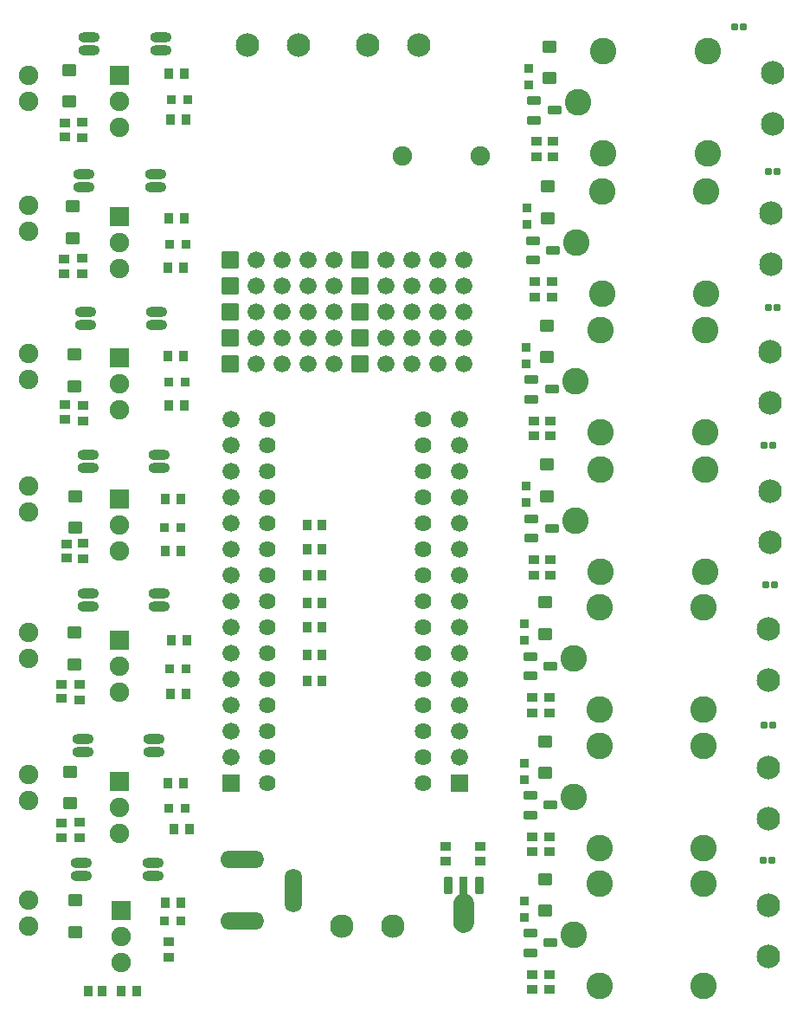
<source format=gts>
G04 Layer: TopSolderMaskLayer*
G04 EasyEDA v6.5.20, 2025-08-31 18:04:55*
G04 4654ec591aaf40839b9ddd4dd84afded,10*
G04 Gerber Generator version 0.2*
G04 Scale: 100 percent, Rotated: No, Reflected: No *
G04 Dimensions in millimeters *
G04 leading zeros omitted , absolute positions ,4 integer and 5 decimal *
%FSLAX45Y45*%
%MOMM*%

%AMMACRO1*1,1,$1,$2,$3*1,1,$1,$4,$5*1,1,$1,0-$2,0-$3*1,1,$1,0-$4,0-$5*20,1,$1,$2,$3,$4,$5,0*20,1,$1,$4,$5,0-$2,0-$3,0*20,1,$1,0-$2,0-$3,0-$4,0-$5,0*20,1,$1,0-$4,0-$5,$2,$3,0*4,1,4,$2,$3,$4,$5,0-$2,0-$3,0-$4,0-$5,$2,$3,0*%
%ADD10MACRO1,0.1016X0.4X-0.45X-0.4X-0.45*%
%ADD11MACRO1,0.1016X0.4032X0.432X0.4032X-0.432*%
%ADD12MACRO1,0.1016X-0.4032X0.432X-0.4032X-0.432*%
%ADD13MACRO1,0.1016X0.432X-0.4032X-0.432X-0.4032*%
%ADD14MACRO1,0.1016X0.432X0.4032X-0.432X0.4032*%
%ADD15C,1.9016*%
%ADD16C,2.3016*%
%ADD17MACRO1,0.1016X-0.9X-0.9X-0.9X0.9*%
%ADD18MACRO1,0.1016X-0.45X-0.4X-0.45X0.4*%
%ADD19MACRO1,0.1016X-0.4X0.45X0.4X0.45*%
%ADD20MACRO1,0.1016X-0.6X-0.5X-0.6X0.5*%
%ADD21MACRO1,0.1016X-0.432X0.4032X0.432X0.4032*%
%ADD22MACRO1,0.1016X-0.432X-0.4032X0.432X-0.4032*%
%ADD23MACRO1,0.1016X-0.4032X-0.432X-0.4032X0.432*%
%ADD24MACRO1,0.1016X0.4032X-0.432X0.4032X0.432*%
%ADD25O,2.101596X1.0015981999999999*%
%ADD26MACRO1,0.1016X-0.2828X-0.27X-0.2828X0.27*%
%ADD27MACRO1,0.1016X0.2828X-0.27X0.2828X0.27*%
%ADD28MACRO1,0.1016X0.625X-0.35X-0.625X-0.35*%
%ADD29MACRO1,0.1016X0.4X-0.4X-0.4X-0.4*%
%ADD30C,2.6016*%
%ADD31MACRO1,0.1016X0.6X0.5X0.6X-0.5*%
%ADD32MACRO1,0.1016X-0.4X-0.4X-0.4X0.4*%
%ADD33C,2.3000*%
%ADD34C,1.6764*%
%ADD35MACRO1,0.1016X-0.7874X0.7874X0.7874X0.7874*%
%ADD36MACRO1,0.1016X0.336X0.7875X-0.336X0.7875*%
%ADD37MACRO1,0.1016X0.45X0.4X0.45X-0.4*%
%ADD38O,4.3015916X1.7015968000000001*%
%ADD39O,1.7015968000000001X4.3015916*%
%ADD40R,1.6764X1.6764*%
%ADD41C,1.6256*%
%ADD42C,0.0114*%

%LPD*%
D10*
G01*
X2851000Y4648200D03*
G01*
X2990999Y4648200D03*
D11*
G01*
X1512175Y8610600D03*
D12*
G01*
X1662824Y8610600D03*
D10*
G01*
X2851000Y4406900D03*
G01*
X2990999Y4406900D03*
G01*
X2851000Y4152900D03*
G01*
X2990999Y4152900D03*
G01*
X2851000Y3886200D03*
G01*
X2990999Y3886200D03*
G01*
X2851000Y3644900D03*
G01*
X2990999Y3644900D03*
G01*
X2851000Y3378200D03*
G01*
X2990999Y3378200D03*
G01*
X2851000Y3124200D03*
G01*
X2990999Y3124200D03*
D11*
G01*
X1486775Y7162800D03*
D12*
G01*
X1637424Y7162800D03*
D11*
G01*
X1499475Y5816600D03*
D12*
G01*
X1650124Y5816600D03*
D11*
G01*
X1461375Y4394200D03*
D12*
G01*
X1612024Y4394200D03*
D11*
G01*
X1512175Y2997200D03*
D12*
G01*
X1662824Y2997200D03*
D11*
G01*
X1550275Y1676400D03*
D12*
G01*
X1700924Y1676400D03*
D13*
G01*
X1498600Y570624D03*
D14*
G01*
X1498600Y419975D03*
D15*
G01*
X3785615Y8255000D03*
G01*
X4545609Y8255000D03*
D16*
G01*
X2764586Y9334500D03*
G01*
X2264613Y9334500D03*
G01*
X3945686Y9334500D03*
G01*
X3445713Y9334500D03*
D15*
G01*
X127000Y7518400D03*
G01*
X127000Y7772400D03*
G01*
X127000Y6070600D03*
G01*
X127000Y6324600D03*
G01*
X127000Y4775200D03*
G01*
X127000Y5029200D03*
G01*
X127000Y3340100D03*
G01*
X127000Y3594100D03*
G01*
X127000Y1955800D03*
G01*
X127000Y2209800D03*
G01*
X127000Y723900D03*
G01*
X127000Y977900D03*
G01*
X127000Y8788400D03*
G01*
X127000Y9042400D03*
D17*
G01*
X1016002Y7662329D03*
D15*
G01*
X1016000Y7408316D03*
G01*
X1016000Y7154316D03*
D17*
G01*
X1016002Y6282265D03*
D15*
G01*
X1016000Y6028258D03*
G01*
X1016000Y5774258D03*
D17*
G01*
X1016002Y4902200D03*
D15*
G01*
X1016000Y4648200D03*
G01*
X1016000Y4394200D03*
D18*
G01*
X469900Y7245499D03*
G01*
X469900Y7105500D03*
G01*
X482600Y5823099D03*
G01*
X482600Y5683100D03*
G01*
X495300Y4464199D03*
G01*
X495300Y4324200D03*
G01*
X444500Y3092599D03*
G01*
X444500Y2952600D03*
G01*
X444500Y1733699D03*
G01*
X444500Y1593700D03*
D19*
G01*
X844699Y88900D03*
G01*
X704700Y88900D03*
D17*
G01*
X1016002Y3522134D03*
D15*
G01*
X1016000Y3268141D03*
G01*
X1016000Y3014141D03*
D20*
G01*
X558800Y7762290D03*
G01*
X558800Y7452309D03*
G01*
X571500Y6314490D03*
G01*
X571500Y6004509D03*
G01*
X584200Y4930190D03*
G01*
X584200Y4620209D03*
G01*
X571500Y3596690D03*
G01*
X571500Y3286709D03*
G01*
X533400Y2237790D03*
G01*
X533400Y1927809D03*
G01*
X584200Y980490D03*
G01*
X584200Y670509D03*
D17*
G01*
X1016002Y2142065D03*
D15*
G01*
X1016000Y1888058D03*
G01*
X1016000Y1634058D03*
D17*
G01*
X1028700Y876300D03*
D15*
G01*
X1028700Y622300D03*
G01*
X1028700Y368300D03*
D21*
G01*
X647700Y7100175D03*
D22*
G01*
X647700Y7250824D03*
D21*
G01*
X660400Y5665075D03*
D22*
G01*
X660400Y5815724D03*
D21*
G01*
X660400Y4318875D03*
D22*
G01*
X660400Y4469524D03*
D21*
G01*
X622300Y2934575D03*
D22*
G01*
X622300Y3085224D03*
D21*
G01*
X622300Y1588375D03*
D22*
G01*
X622300Y1739024D03*
D23*
G01*
X1180224Y88900D03*
D24*
G01*
X1029575Y88900D03*
D25*
G01*
X666013Y8077200D03*
G01*
X666013Y7950200D03*
G01*
X1366012Y7950200D03*
G01*
X1366012Y8077200D03*
G01*
X678713Y6731000D03*
G01*
X678713Y6604000D03*
G01*
X1378712Y6604000D03*
G01*
X1378712Y6731000D03*
G01*
X704113Y5334000D03*
G01*
X704113Y5207000D03*
G01*
X1404112Y5207000D03*
G01*
X1404112Y5334000D03*
G01*
X704113Y3975100D03*
G01*
X704113Y3848100D03*
G01*
X1404112Y3848100D03*
G01*
X1404112Y3975100D03*
G01*
X653313Y2552700D03*
G01*
X653313Y2425700D03*
G01*
X1353312Y2425700D03*
G01*
X1353312Y2552700D03*
G01*
X640613Y1346200D03*
G01*
X640613Y1219200D03*
G01*
X1340612Y1219200D03*
G01*
X1340612Y1346200D03*
D18*
G01*
X482600Y8578999D03*
G01*
X482600Y8439000D03*
D20*
G01*
X520700Y9095790D03*
G01*
X520700Y8785809D03*
D21*
G01*
X647700Y8433675D03*
D22*
G01*
X647700Y8584324D03*
D25*
G01*
X716813Y9410700D03*
G01*
X716813Y9283700D03*
G01*
X1416812Y9283700D03*
G01*
X1416812Y9410700D03*
D17*
G01*
X1016000Y9042400D03*
D15*
G01*
X1016000Y8788400D03*
G01*
X1016000Y8534400D03*
D26*
G01*
X7117182Y9512300D03*
D27*
G01*
X7030617Y9512300D03*
D13*
G01*
X5257800Y8393824D03*
D14*
G01*
X5257800Y8243175D03*
D28*
G01*
X5068900Y8794496D03*
G01*
X5068900Y8604505D03*
G01*
X5268899Y8699501D03*
D29*
G01*
X5016500Y8949700D03*
G01*
X5016500Y9109699D03*
D30*
G01*
X6769100Y8275701D03*
G01*
X6769100Y9275699D03*
G01*
X5749036Y9275699D03*
G01*
X5749036Y8275701D03*
G01*
X5499100Y8775572D03*
D31*
G01*
X5219700Y9014409D03*
G01*
X5219700Y9324390D03*
D16*
G01*
X7404100Y8563787D03*
G01*
X7404100Y9063786D03*
D21*
G01*
X5092700Y8243175D03*
D22*
G01*
X5092700Y8393824D03*
D23*
G01*
X1650124Y9055100D03*
D24*
G01*
X1499475Y9055100D03*
D32*
G01*
X1680143Y8801110D03*
G01*
X1520243Y8801094D03*
D33*
G01*
X3691686Y723900D03*
G01*
X3191713Y723900D03*
D34*
G01*
X4381500Y6985000D03*
G01*
X4127500Y6985000D03*
G01*
X3873500Y6985000D03*
G01*
X3619500Y6985000D03*
D35*
G01*
X3365500Y6985000D03*
D34*
G01*
X4381500Y6477000D03*
G01*
X4127500Y6477000D03*
G01*
X3873500Y6477000D03*
G01*
X3619500Y6477000D03*
D35*
G01*
X3365500Y6477000D03*
D34*
G01*
X4381500Y7239000D03*
G01*
X4127500Y7239000D03*
G01*
X3873500Y7239000D03*
G01*
X3619500Y7239000D03*
D35*
G01*
X3365500Y7239000D03*
D34*
G01*
X4381500Y6731000D03*
G01*
X4127500Y6731000D03*
G01*
X3873500Y6731000D03*
G01*
X3619500Y6731000D03*
D35*
G01*
X3365500Y6731000D03*
D34*
G01*
X4381500Y6223000D03*
G01*
X4127500Y6223000D03*
G01*
X3873500Y6223000D03*
G01*
X3619500Y6223000D03*
D35*
G01*
X3365500Y6223000D03*
D34*
G01*
X3111500Y6985000D03*
G01*
X2857500Y6985000D03*
G01*
X2603500Y6985000D03*
G01*
X2349500Y6985000D03*
D35*
G01*
X2095500Y6985000D03*
D34*
G01*
X3111500Y7239000D03*
G01*
X2857500Y7239000D03*
G01*
X2603500Y7239000D03*
G01*
X2349500Y7239000D03*
D35*
G01*
X2095500Y7239000D03*
D34*
G01*
X3111500Y6731000D03*
G01*
X2857500Y6731000D03*
G01*
X2603500Y6731000D03*
G01*
X2349500Y6731000D03*
D35*
G01*
X2095500Y6731000D03*
D34*
G01*
X3111500Y6223000D03*
G01*
X2857500Y6223000D03*
G01*
X2603500Y6223000D03*
G01*
X2349500Y6223000D03*
D35*
G01*
X2095500Y6223000D03*
D34*
G01*
X3111500Y6477000D03*
G01*
X2857500Y6477000D03*
G01*
X2603500Y6477000D03*
G01*
X2349500Y6477000D03*
D35*
G01*
X2095500Y6477000D03*
D23*
G01*
X1650124Y7645400D03*
D24*
G01*
X1499475Y7645400D03*
D32*
G01*
X1667443Y7391410D03*
G01*
X1507543Y7391394D03*
D23*
G01*
X1637424Y6299200D03*
D24*
G01*
X1486775Y6299200D03*
D32*
G01*
X1654743Y6045210D03*
G01*
X1494843Y6045194D03*
D23*
G01*
X1612024Y4902200D03*
D24*
G01*
X1461375Y4902200D03*
D32*
G01*
X1616643Y4622810D03*
G01*
X1456743Y4622794D03*
D23*
G01*
X1675524Y3517900D03*
D24*
G01*
X1524875Y3517900D03*
D32*
G01*
X1667443Y3238510D03*
G01*
X1507543Y3238494D03*
D23*
G01*
X1637424Y2120900D03*
D24*
G01*
X1486775Y2120900D03*
D32*
G01*
X1654743Y1879610D03*
G01*
X1494843Y1879594D03*
D23*
G01*
X1612024Y952500D03*
D24*
G01*
X1461375Y952500D03*
D32*
G01*
X1616643Y774710D03*
G01*
X1456743Y774694D03*
D36*
G01*
X4531486Y1126230D03*
G01*
X4231487Y1126230D03*
G36*
X4379213Y662178D02*
G01*
X4374388Y662431D01*
X4369815Y662939D01*
X4360672Y664463D01*
X4356100Y665479D01*
X4351527Y667004D01*
X4346956Y668273D01*
X4342638Y670052D01*
X4338320Y672084D01*
X4334256Y674115D01*
X4330191Y676402D01*
X4326127Y678942D01*
X4322318Y681736D01*
X4318761Y684529D01*
X4314952Y687578D01*
X4311650Y690626D01*
X4308347Y694181D01*
X4305300Y697484D01*
X4302252Y701294D01*
X4299458Y705104D01*
X4296918Y708913D01*
X4292345Y717042D01*
X4290313Y721360D01*
X4286758Y729995D01*
X4284218Y739139D01*
X4283202Y743712D01*
X4282440Y748284D01*
X4281931Y752855D01*
X4281677Y757681D01*
X4281424Y762254D01*
X4281424Y947673D01*
X4281677Y952500D01*
X4281931Y957071D01*
X4282440Y961644D01*
X4283202Y966470D01*
X4284218Y971042D01*
X4285488Y975360D01*
X4286758Y979931D01*
X4290313Y988568D01*
X4292345Y992886D01*
X4296918Y1001013D01*
X4299458Y1005078D01*
X4302252Y1008634D01*
X4305300Y1012444D01*
X4308347Y1016000D01*
X4311650Y1019302D01*
X4314952Y1022350D01*
X4318761Y1025397D01*
X4322318Y1028445D01*
X4326127Y1030986D01*
X4330191Y1033526D01*
X4334256Y1035812D01*
X4338827Y1038097D01*
X4343400Y1039113D01*
X4343400Y1210055D01*
X4419600Y1210055D01*
X4419600Y1039113D01*
X4424172Y1038097D01*
X4428743Y1035812D01*
X4432808Y1033526D01*
X4436872Y1030986D01*
X4440681Y1028445D01*
X4444491Y1025397D01*
X4448047Y1022350D01*
X4451350Y1019302D01*
X4454652Y1016000D01*
X4457700Y1012444D01*
X4460747Y1008634D01*
X4463541Y1005078D01*
X4468622Y996950D01*
X4470654Y992886D01*
X4472686Y988568D01*
X4476241Y979931D01*
X4477511Y975360D01*
X4478781Y971042D01*
X4479797Y966470D01*
X4480559Y961644D01*
X4481068Y957071D01*
X4481322Y952500D01*
X4481575Y947673D01*
X4481575Y762254D01*
X4481322Y757681D01*
X4481068Y752855D01*
X4480559Y748284D01*
X4479797Y743712D01*
X4478781Y739139D01*
X4476241Y729995D01*
X4472686Y721360D01*
X4470654Y717042D01*
X4468622Y712978D01*
X4466081Y708913D01*
X4463541Y705104D01*
X4460747Y701294D01*
X4457700Y697484D01*
X4454652Y694181D01*
X4451350Y690626D01*
X4448047Y687578D01*
X4444491Y684529D01*
X4436872Y678942D01*
X4432808Y676402D01*
X4428743Y674115D01*
X4424679Y672084D01*
X4420361Y670052D01*
X4416043Y668273D01*
X4411472Y667004D01*
X4406900Y665479D01*
X4402581Y664463D01*
X4397756Y663702D01*
X4393184Y662939D01*
X4388611Y662431D01*
X4383786Y662178D01*
G37*
D37*
G01*
X4546600Y1365100D03*
G01*
X4546600Y1505099D03*
G01*
X4203700Y1365100D03*
G01*
X4203700Y1505099D03*
D26*
G01*
X7447382Y8102600D03*
D27*
G01*
X7360817Y8102600D03*
D13*
G01*
X5245100Y7026034D03*
D14*
G01*
X5245100Y6875385D03*
D28*
G01*
X5056200Y7426706D03*
G01*
X5056200Y7236715D03*
G01*
X5256199Y7331711D03*
D29*
G01*
X5003800Y7581910D03*
G01*
X5003800Y7741909D03*
D30*
G01*
X6756400Y6907911D03*
G01*
X6756400Y7907909D03*
G01*
X5736336Y7907909D03*
G01*
X5736336Y6907911D03*
G01*
X5486400Y7407783D03*
D31*
G01*
X5207000Y7646619D03*
G01*
X5207000Y7956600D03*
D16*
G01*
X7391400Y7195997D03*
G01*
X7391400Y7695996D03*
D21*
G01*
X5080000Y6875385D03*
D22*
G01*
X5080000Y7026034D03*
D26*
G01*
X7447382Y6769100D03*
D27*
G01*
X7360817Y6769100D03*
D13*
G01*
X5232400Y5667134D03*
D14*
G01*
X5232400Y5516485D03*
D28*
G01*
X5043500Y6067806D03*
G01*
X5043500Y5877815D03*
G01*
X5243499Y5972811D03*
D29*
G01*
X4991100Y6223010D03*
G01*
X4991100Y6383009D03*
D30*
G01*
X6743700Y5549011D03*
G01*
X6743700Y6549009D03*
G01*
X5723636Y6549009D03*
G01*
X5723636Y5549011D03*
G01*
X5473700Y6048882D03*
D31*
G01*
X5194300Y6287719D03*
G01*
X5194300Y6597700D03*
D16*
G01*
X7378700Y5837097D03*
G01*
X7378700Y6337096D03*
D21*
G01*
X5067300Y5516485D03*
D22*
G01*
X5067300Y5667134D03*
D26*
G01*
X7409282Y5422900D03*
D27*
G01*
X7322717Y5422900D03*
D13*
G01*
X5232400Y4308234D03*
D14*
G01*
X5232400Y4157585D03*
D28*
G01*
X5043500Y4708906D03*
G01*
X5043500Y4518915D03*
G01*
X5243499Y4613911D03*
D29*
G01*
X4991100Y4864110D03*
G01*
X4991100Y5024109D03*
D30*
G01*
X6743700Y4190111D03*
G01*
X6743700Y5190109D03*
G01*
X5723636Y5190109D03*
G01*
X5723636Y4190111D03*
G01*
X5473700Y4689982D03*
D31*
G01*
X5194300Y4928819D03*
G01*
X5194300Y5238800D03*
D16*
G01*
X7378700Y4478197D03*
G01*
X7378700Y4978196D03*
D21*
G01*
X5067300Y4157585D03*
D22*
G01*
X5067300Y4308234D03*
D26*
G01*
X7421982Y4064000D03*
D27*
G01*
X7335417Y4064000D03*
D13*
G01*
X5219700Y2962034D03*
D14*
G01*
X5219700Y2811385D03*
D28*
G01*
X5030800Y3362706D03*
G01*
X5030800Y3172715D03*
G01*
X5230799Y3267711D03*
D29*
G01*
X4978400Y3517910D03*
G01*
X4978400Y3677909D03*
D30*
G01*
X6731000Y2843911D03*
G01*
X6731000Y3843909D03*
G01*
X5710936Y3843909D03*
G01*
X5710936Y2843911D03*
G01*
X5461000Y3343782D03*
D31*
G01*
X5181600Y3582619D03*
G01*
X5181600Y3892600D03*
D16*
G01*
X7366000Y3131997D03*
G01*
X7366000Y3631996D03*
D21*
G01*
X5054600Y2811385D03*
D22*
G01*
X5054600Y2962034D03*
D26*
G01*
X7409282Y2692400D03*
D27*
G01*
X7322717Y2692400D03*
D13*
G01*
X5219700Y1603134D03*
D14*
G01*
X5219700Y1452485D03*
D28*
G01*
X5030800Y2003806D03*
G01*
X5030800Y1813815D03*
G01*
X5230799Y1908811D03*
D29*
G01*
X4978400Y2159010D03*
G01*
X4978400Y2319009D03*
D30*
G01*
X6731000Y1485011D03*
G01*
X6731000Y2485009D03*
G01*
X5710936Y2485009D03*
G01*
X5710936Y1485011D03*
G01*
X5461000Y1984882D03*
D31*
G01*
X5181600Y2223719D03*
G01*
X5181600Y2533700D03*
D16*
G01*
X7366000Y1773097D03*
G01*
X7366000Y2273096D03*
D21*
G01*
X5054600Y1452485D03*
D22*
G01*
X5054600Y1603134D03*
D26*
G01*
X7396582Y1371600D03*
D27*
G01*
X7310017Y1371600D03*
D13*
G01*
X5219700Y256934D03*
D14*
G01*
X5219700Y106285D03*
D28*
G01*
X5030800Y657606D03*
G01*
X5030800Y467615D03*
G01*
X5230799Y562611D03*
D29*
G01*
X4978400Y812810D03*
G01*
X4978400Y972809D03*
D30*
G01*
X6731000Y138811D03*
G01*
X6731000Y1138809D03*
G01*
X5710936Y1138809D03*
G01*
X5710936Y138811D03*
G01*
X5461000Y638682D03*
D31*
G01*
X5181600Y877519D03*
G01*
X5181600Y1187500D03*
D16*
G01*
X7366000Y426897D03*
G01*
X7366000Y926896D03*
D21*
G01*
X5054600Y106285D03*
D22*
G01*
X5054600Y256934D03*
D38*
G01*
X2213305Y1379499D03*
G01*
X2213305Y779500D03*
D39*
G01*
X2714294Y1074496D03*
D34*
G01*
X4343400Y5676900D03*
G01*
X4343400Y5422900D03*
G01*
X4343400Y5168900D03*
G01*
X4343400Y4914900D03*
G01*
X4343400Y4660900D03*
G01*
X4343400Y4406900D03*
G01*
X4343400Y4152900D03*
G01*
X4343400Y3898900D03*
G01*
X4343400Y3644900D03*
G01*
X4343400Y3390900D03*
G01*
X4343400Y3136900D03*
G01*
X4343400Y2882900D03*
G01*
X4343400Y2628900D03*
G01*
X4343400Y2374900D03*
D40*
G01*
X4343400Y2120900D03*
D34*
G01*
X2108200Y5676900D03*
G01*
X2108200Y5422900D03*
G01*
X2108200Y5168900D03*
G01*
X2108200Y4914900D03*
G01*
X2108200Y4660900D03*
G01*
X2108200Y4406900D03*
G01*
X2108200Y4152900D03*
G01*
X2108200Y3898900D03*
G01*
X2108200Y3644900D03*
G01*
X2108200Y3390900D03*
G01*
X2108200Y3136900D03*
G01*
X2108200Y2882900D03*
G01*
X2108200Y2628900D03*
G01*
X2108200Y2374900D03*
D40*
G01*
X2108200Y2120900D03*
D41*
G01*
X3987800Y2120900D03*
G01*
X3987800Y2374900D03*
G01*
X3987800Y2628900D03*
G01*
X3987800Y2882900D03*
G01*
X3987800Y3136900D03*
G01*
X3987800Y3390900D03*
G01*
X3987800Y3644900D03*
G01*
X3987800Y3898900D03*
G01*
X3987800Y4152900D03*
G01*
X3987800Y4406900D03*
G01*
X3987800Y4660900D03*
G01*
X3987800Y4914900D03*
G01*
X3987800Y5168900D03*
G01*
X3987800Y5422900D03*
G01*
X3987800Y5676900D03*
G01*
X2463800Y5676900D03*
G01*
X2463800Y5422900D03*
G01*
X2463800Y5168900D03*
G01*
X2463800Y4914900D03*
G01*
X2463800Y4660900D03*
G01*
X2463800Y4406900D03*
G01*
X2463800Y4152900D03*
G01*
X2463800Y3898900D03*
G01*
X2463800Y3644900D03*
G01*
X2463800Y3390900D03*
G01*
X2463800Y3136900D03*
G01*
X2463800Y2882900D03*
G01*
X2463800Y2628900D03*
G01*
X2463800Y2374900D03*
G01*
X2463800Y2120900D03*
M02*

</source>
